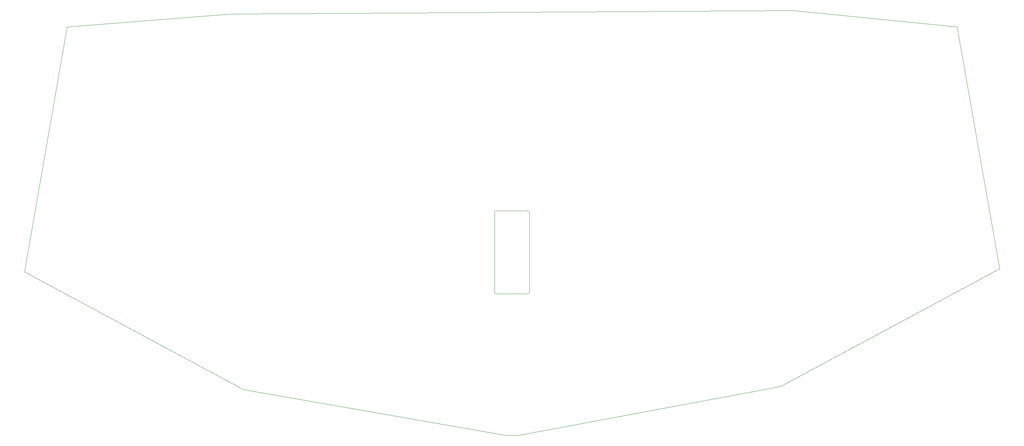
<source format=gbr>
%TF.GenerationSoftware,KiCad,Pcbnew,8.0.8*%
%TF.CreationDate,2025-03-23T01:31:31+01:00*%
%TF.ProjectId,Le Chisoffre,4c652043-6869-4736-9f66-6672652e6b69,rev?*%
%TF.SameCoordinates,Original*%
%TF.FileFunction,Profile,NP*%
%FSLAX46Y46*%
G04 Gerber Fmt 4.6, Leading zero omitted, Abs format (unit mm)*
G04 Created by KiCad (PCBNEW 8.0.8) date 2025-03-23 01:31:31*
%MOMM*%
%LPD*%
G01*
G04 APERTURE LIST*
%TA.AperFunction,Profile*%
%ADD10C,0.050000*%
%TD*%
%TA.AperFunction,Profile*%
%ADD11C,0.100000*%
%TD*%
G04 APERTURE END LIST*
D10*
X258762500Y-35718750D02*
X219075000Y-31750000D01*
D11*
X146562501Y-80871183D02*
G75*
G02*
X147062499Y-80371201I499899J83D01*
G01*
X155062501Y-80871180D02*
X155062501Y-100062500D01*
D10*
X269081250Y-94456250D02*
X258762500Y-35718750D01*
X32543750Y-95250000D02*
X85725000Y-123825000D01*
X85725000Y-123825000D02*
X149225000Y-134937500D01*
D11*
X154562501Y-80371180D02*
G75*
G02*
X155062520Y-80871180I-1J-500020D01*
G01*
D10*
X32543750Y-95250000D02*
X42862500Y-35718750D01*
X42862500Y-35718750D02*
X82550000Y-32543750D01*
D11*
X154562501Y-80371180D02*
X147062499Y-80371180D01*
X147062501Y-100562499D02*
G75*
G02*
X146562501Y-100062498I-1J499999D01*
G01*
D10*
X269081250Y-94456250D02*
X215900000Y-123031250D01*
X152400000Y-134937500D02*
X149225000Y-134937500D01*
X82550000Y-32543750D02*
X219075000Y-31750000D01*
X215900000Y-123031250D02*
X152400000Y-134937500D01*
D11*
X155062501Y-100062500D02*
G75*
G02*
X154562500Y-100562501I-500101J100D01*
G01*
X147062501Y-100562499D02*
X154562500Y-100562500D01*
X146562501Y-80871183D02*
X146562500Y-100062498D01*
M02*

</source>
